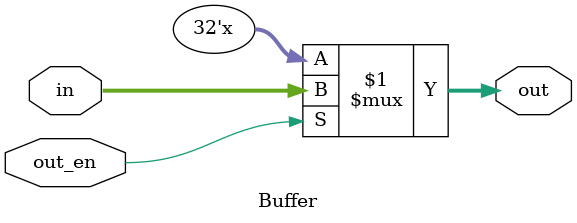
<source format=v>
`timescale 1ns / 1ps


module Buffer(
    input wire out_en,
    input wire [DATA_WIDTH-1:0] in, 
    output wire [DATA_WIDTH -1:0] out);
    
    parameter DATA_WIDTH = 32;
    
    assign out = out_en ? in : {DATA_WIDTH -1'bz};
endmodule

</source>
